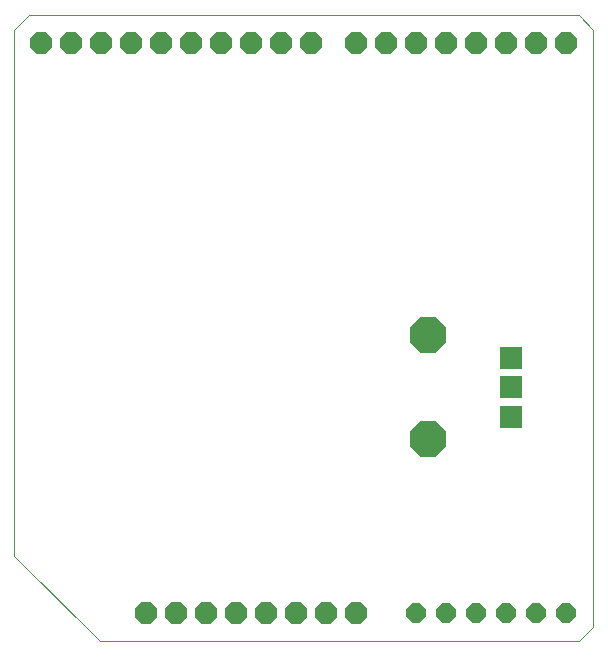
<source format=gbs>
G75*
%MOIN*%
%OFA0B0*%
%FSLAX25Y25*%
%IPPOS*%
%LPD*%
%AMOC8*
5,1,8,0,0,1.08239X$1,22.5*
%
%ADD10C,0.00004*%
%ADD11R,0.07800X0.07800*%
%ADD12OC8,0.12211*%
%ADD13OC8,0.07400*%
%ADD14OC8,0.06400*%
D10*
X0008874Y0037220D02*
X0037220Y0008874D01*
X0197063Y0008874D01*
X0201787Y0013598D01*
X0201787Y0212811D01*
X0197063Y0217535D01*
X0013598Y0217535D01*
X0008874Y0212811D01*
X0008874Y0037220D01*
D11*
X0174228Y0083677D03*
X0174228Y0093520D03*
X0174228Y0103362D03*
D12*
X0146669Y0110843D03*
X0146669Y0076197D03*
D13*
X0122811Y0018205D03*
X0112811Y0018205D03*
X0102811Y0018205D03*
X0092811Y0018205D03*
X0082811Y0018205D03*
X0072811Y0018205D03*
X0062811Y0018205D03*
X0052811Y0018205D03*
X0047850Y0208205D03*
X0037850Y0208205D03*
X0027850Y0208205D03*
X0017850Y0208205D03*
X0057850Y0208205D03*
X0067850Y0208205D03*
X0077850Y0208205D03*
X0087850Y0208205D03*
X0097850Y0208205D03*
X0107850Y0208205D03*
X0122850Y0208205D03*
X0132850Y0208205D03*
X0142850Y0208205D03*
X0152850Y0208205D03*
X0162850Y0208205D03*
X0172850Y0208205D03*
X0182850Y0208205D03*
X0192850Y0208205D03*
D14*
X0192811Y0018205D03*
X0182811Y0018205D03*
X0172811Y0018205D03*
X0162811Y0018205D03*
X0152811Y0018205D03*
X0142811Y0018205D03*
M02*

</source>
